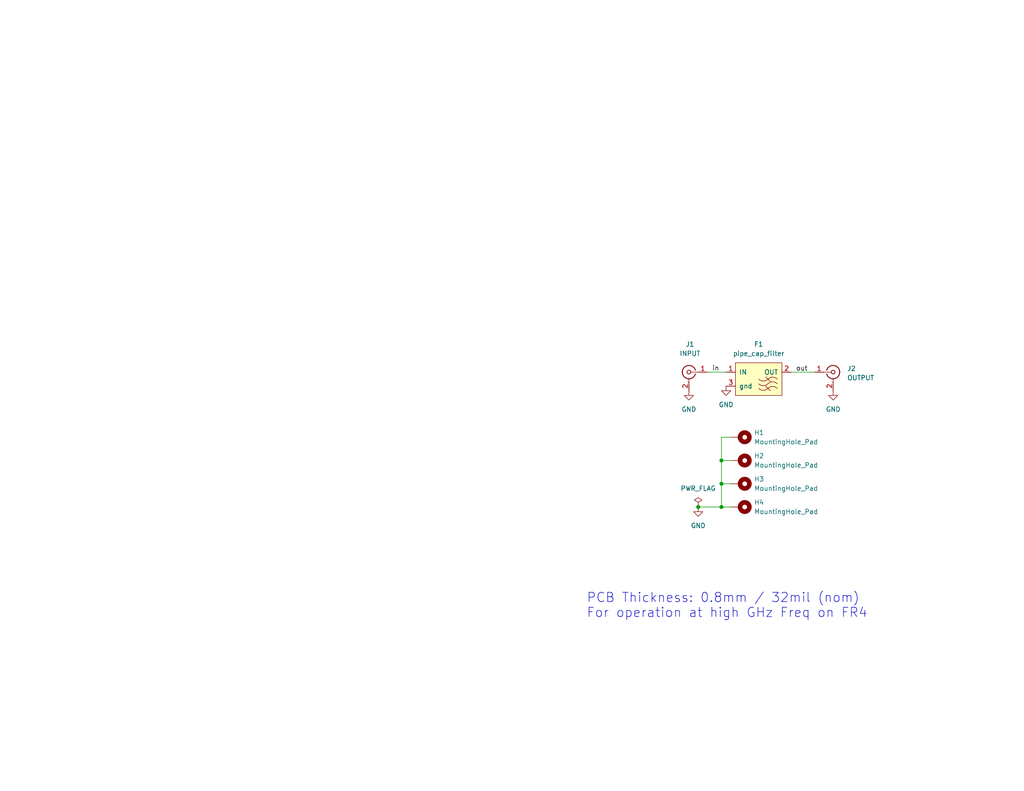
<source format=kicad_sch>
(kicad_sch (version 20211123) (generator eeschema)
  (paper "USLetter")
  (title_block (title "Pipe Cap Filter, 0.5\", V1") (date "2022-03-21") (rev "-") (company "KJ4QLP / Amateur Radio") (comment 2 "creativecommons.org/licenses/by/4.0/") (comment 3 "License: CC BY 4.0") (comment 4 "Author: Zach Leffke, KJ4QLP"))
  (lib_symbols
    (symbol "Connector:Conn_Coaxial" (pin_names (offset 1.016) hide)
      (property "Reference" "J" (at 0.254 3.048 0))
      (property "Value" "Conn_Coaxial" (at 2.921 0 90))
      (symbol "Conn_Coaxial_0_1"
        (arc (start -1.778 -0.508) (mid 0.2311 -1.8066) (end 1.778 0) (stroke (width 0.254)))
        (polyline (pts (xy -2.54 0) (xy -0.508 0)))
        (polyline (pts (xy 0 -2.54) (xy 0 -1.778)))
        (circle (center 0 0) (radius 0.508) (stroke (width 0.2032)))
        (arc (start 1.778 0) (mid 0.2099 1.8101) (end -1.778 0.508) (stroke (width 0.254)))
      )
      (symbol "Conn_Coaxial_1_1"
        (pin passive line (at -5.08 0 0) (length 2.54) (name "In") (number "1"))
        (pin passive line (at 0 -5.08 90) (length 2.54) (name "Ext") (number "2"))
      )
    )
    (symbol "Mechanical:MountingHole_Pad" (pin_numbers hide) (pin_names (offset 1.016) hide)
      (property "Reference" "H" (at 0 6.35 0))
      (property "Value" "MountingHole_Pad" (at 0 4.445 0))
      (symbol "MountingHole_Pad_0_1"
        (circle (center 0 1.27) (radius 1.27) (stroke (width 1.27)))
      )
      (symbol "MountingHole_Pad_1_1"
        (pin input line (at 0 -2.54 90) (length 2.54) (name "1") (number "1"))
      )
    )
    (symbol "kicad_KJ4QLP:pipe_cap_filter" (pin_names (offset 1.016))
      (property "Reference" "F" (at -6.35 3.81 0))
      (property "Value" "pipe_cap_filter" (at 2.54 2.54 0))
      (symbol "pipe_cap_filter_0_1"
        (rectangle (start -6.35 1.27) (end 6.35 -7.62) (fill (type background)))
        (arc (start 0 -5.715) (mid 1.27 -6.2411) (end 2.54 -5.715))
        (arc (start 0 -4.445) (mid 1.27 -4.9711) (end 2.54 -4.445))
        (arc (start 0 -3.175) (mid 1.27 -3.7011) (end 2.54 -3.175))
        (polyline (pts (xy 1.905 -5.08) (xy 3.175 -6.35)))
        (polyline (pts (xy 1.905 -2.54) (xy 3.175 -3.81)))
        (arc (start 5.08 -5.715) (mid 3.81 -5.1889) (end 2.54 -5.715))
        (arc (start 5.08 -4.445) (mid 3.81 -3.9189) (end 2.54 -4.445))
        (arc (start 5.08 -3.175) (mid 3.81 -2.6489) (end 2.54 -3.175))
      )
      (symbol "pipe_cap_filter_1_1"
        (pin passive line (at -8.89 -1.27 0) (length 2.54) (name "IN") (number "1"))
        (pin passive line (at 8.89 -1.27 180) (length 2.54) (name "OUT") (number "2"))
        (pin passive line (at -8.89 -5.08 0) (length 2.54) (name "gnd") (number "3"))
      )
    )
    (symbol "power:GND" (power) (pin_names (offset 0))
      (property "Value" "GND" (at 0 -3.81 0))
      (symbol "GND_0_1"
        (polyline (pts (xy 0 0) (xy 0 -1.27) (xy 1.27 -1.27) (xy 0 -2.54) (xy -1.27 -1.27) (xy 0 -1.27)))
      )
      (symbol "GND_1_1"
        (pin power_in line (at 0 0 270) (length 0) hide (name "GND") (number "1"))
      )
    )
    (symbol "power:PWR_FLAG" (power) (pin_numbers hide) (pin_names (offset 0) hide)
      (property "Value" "PWR_FLAG" (at 0 3.81 0))
      (symbol "PWR_FLAG_0_0"
        (pin power_out line (at 0 0 90) (length 0) (name "pwr") (number "1"))
      )
      (symbol "PWR_FLAG_0_1"
        (polyline (pts (xy 0 0) (xy 0 1.27) (xy -1.016 1.905) (xy 0 2.54) (xy 1.016 1.905) (xy 0 1.27)))
      )
    )
  )
  (junction (at 196.85 125.73))
  (junction (at 196.85 132.08))
  (junction (at 190.5 138.43))
  (junction (at 196.85 138.43))
  (wire (pts (xy 196.85 132.08) (xy 196.85 125.73)))
  (wire (pts (xy 190.5 138.43) (xy 196.85 138.43)))
  (wire (pts (xy 196.85 125.73) (xy 199.39 125.73)))
  (wire (pts (xy 196.85 125.73) (xy 196.85 119.38)))
  (wire (pts (xy 193.04 101.6) (xy 198.12 101.6)))
  (wire (pts (xy 196.85 119.38) (xy 199.39 119.38)))
  (wire (pts (xy 215.9 101.6) (xy 222.25 101.6)))
  (wire (pts (xy 196.85 138.43) (xy 196.85 132.08)))
  (wire (pts (xy 196.85 132.08) (xy 199.39 132.08)))
  (wire (pts (xy 196.85 138.43) (xy 199.39 138.43)))
  (text "PCB Thickness: 0.8mm / 32mil (nom)\nFor operation at high GHz Freq on FR4" (at 160.02 168.91 0) (effects (font (size 2.54 2.54)) (justify left bottom)))
  (label "out" (at 217.17 101.6 0))
  (label "in" (at 194.31 101.6 0))
  (symbol (lib_id "Connector:Conn_Coaxial") (at 227.33 101.6 0) (unit 1)
    (property "Reference" "J2" (at 231.14 100.6231 0) (effects (justify left)))
    (property "Value" "OUTPUT" (at 231.14 103.1631 0) (effects (justify left)))
    (property "Footprint" "kj4qlp:TAOGLAS_EMPCB.SMAFSTJ.B.HT" (effects hide))
    (property "Datasheet" " ~" (effects hide))
  )
  (symbol (lib_id "power:GND") (at 198.12 105.41 0) (unit 1)
    (property "Reference" "#PWR0104" (effects hide))
    (property "Value" "GND" (at 198.12 110.49 0))
  )
  (symbol (lib_id "kicad_KJ4QLP:pipe_cap_filter") (at 207.01 100.33 0) (unit 1)
    (property "Reference" "F1" (at 207.01 93.98 0))
    (property "Value" "pipe_cap_filter" (at 207.01 96.52 0))
    (property "Footprint" "kj4qlp:PipeCapFilter_0.5in" (effects hide))
  )
  (symbol (lib_id "power:GND") (at 190.5 138.43 0) (unit 1)
    (property "Reference" "#PWR0103" (effects hide))
    (property "Value" "GND" (at 190.5 143.51 0))
  )
  (symbol (lib_id "power:PWR_FLAG") (at 190.5 138.43 0) (unit 1)
    (property "Reference" "#FLG0101" (effects hide))
    (property "Value" "PWR_FLAG" (at 190.5 133.35 0))
  )
  (symbol (lib_id "Connector:Conn_Coaxial") (at 187.96 101.6 0) (mirror y) (unit 1)
    (property "Reference" "J1" (at 188.2774 93.98 0))
    (property "Value" "INPUT" (at 188.2774 96.52 0))
    (property "Footprint" "kj4qlp:TAOGLAS_EMPCB.SMAFSTJ.B.HT" (effects hide))
    (property "Datasheet" " ~" (effects hide))
  )
  (symbol (lib_id "power:GND") (at 187.96 106.68 0) (unit 1)
    (property "Reference" "#PWR0101" (effects hide))
    (property "Value" "GND" (at 187.96 111.76 0))
  )
  (symbol (lib_id "Mechanical:MountingHole_Pad") (at 201.93 119.38 270) (unit 1)
    (property "Reference" "H1" (at 205.74 118.1099 90) (effects (justify left)))
    (property "Value" "MountingHole_Pad" (at 205.74 120.6499 90) (effects (justify left)))
    (property "Footprint" "MountingHole:MountingHole_3.2mm_M3_DIN965_Pad" (effects hide))
  )
  (symbol (lib_id "Mechanical:MountingHole_Pad") (at 201.93 138.43 270) (unit 1)
    (property "Reference" "H4" (at 205.74 137.1599 90) (effects (justify left)))
    (property "Value" "MountingHole_Pad" (at 205.74 139.6999 90) (effects (justify left)))
    (property "Footprint" "MountingHole:MountingHole_3.2mm_M3_ISO7380_Pad" (effects hide))
  )
  (symbol (lib_id "power:GND") (at 227.33 106.68 0) (unit 1)
    (property "Reference" "#PWR0102" (effects hide))
    (property "Value" "GND" (at 227.33 111.76 0))
  )
  (symbol (lib_id "Mechanical:MountingHole_Pad") (at 201.93 132.08 270) (unit 1)
    (property "Reference" "H3" (at 205.74 130.8099 90) (effects (justify left)))
    (property "Value" "MountingHole_Pad" (at 205.74 133.3499 90) (effects (justify left)))
    (property "Footprint" "MountingHole:MountingHole_3.2mm_M3_DIN965_Pad" (effects hide))
  )
  (symbol (lib_id "Mechanical:MountingHole_Pad") (at 201.93 125.73 270) (unit 1)
    (property "Reference" "H2" (at 205.74 124.4599 90) (effects (justify left)))
    (property "Value" "MountingHole_Pad" (at 205.74 126.9999 90) (effects (justify left)))
    (property "Footprint" "MountingHole:MountingHole_3.2mm_M3_DIN965_Pad" (effects hide))
  )
)
</source>
